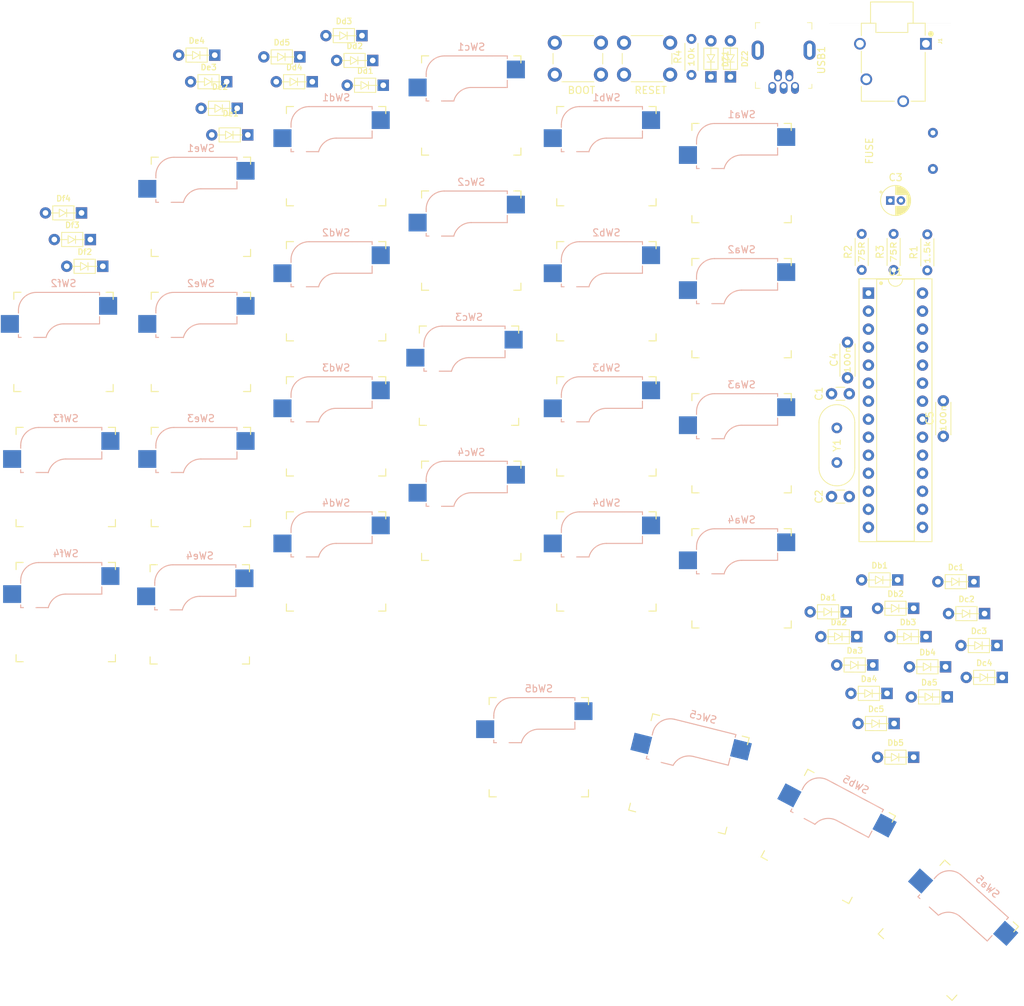
<source format=kicad_pcb>
(kicad_pcb (version 20211014) (generator pcbnew)
  (title_block (title "BlueJay Left"))
  (layers (0 "F.Cu" signal) (31 "B.Cu" signal) (34 "B.Paste" user) (35 "F.Paste" user) (36 "B.SilkS" user "B.Silkscreen") (37 "F.SilkS" user "F.Silkscreen") (38 "B.Mask" user) (39 "F.Mask" user) (44 "Edge.Cuts" user))
  (net 0 "")
  (net 1 "GND")
  (net 2 "Net-(C1-Pad1)")
  (net 3 "Net-(C2-Pad1)")
  (net 4 "VCC")
  (net 5 "/colA")
  (net 6 "Net-(Da1-Pad2)")
  (net 7 "Net-(Da2-Pad2)")
  (net 8 "Net-(Da3-Pad2)")
  (net 9 "Net-(Da4-Pad2)")
  (net 10 "Net-(Da5-Pad2)")
  (net 11 "/colB")
  (net 12 "Net-(Db1-Pad2)")
  (net 13 "Net-(Db2-Pad2)")
  (net 14 "Net-(Db3-Pad2)")
  (net 15 "Net-(Db4-Pad2)")
  (net 16 "Net-(Db5-Pad2)")
  (net 17 "/colC")
  (net 18 "Net-(Dc1-Pad2)")
  (net 19 "Net-(Dc2-Pad2)")
  (net 20 "Net-(Dc3-Pad2)")
  (net 21 "Net-(Dc4-Pad2)")
  (net 22 "Net-(Dc5-Pad2)")
  (net 23 "/colD")
  (net 24 "Net-(Dd1-Pad2)")
  (net 25 "Net-(Dd2-Pad2)")
  (net 26 "Net-(Dd3-Pad2)")
  (net 27 "Net-(Dd4-Pad2)")
  (net 28 "Net-(Dd5-Pad2)")
  (net 29 "/colE")
  (net 30 "Net-(De1-Pad2)")
  (net 31 "Net-(De2-Pad2)")
  (net 32 "Net-(De3-Pad2)")
  (net 33 "Net-(De4-Pad2)")
  (net 34 "/colF")
  (net 35 "Net-(Df2-Pad2)")
  (net 36 "Net-(Df3-Pad2)")
  (net 37 "Net-(Df4-Pad2)")
  (net 38 "Net-(DZ1-Pad1)")
  (net 39 "Net-(DZ2-Pad1)")
  (net 40 "Net-(F1-Pad2)")
  (net 41 "/i2c_SCL")
  (net 42 "/i2c_SDA")
  (net 43 "Net-(PB1-Pad1)")
  (net 44 "/USB_D-")
  (net 45 "/USB_D+")
  (net 46 "/row1")
  (net 47 "/row2")
  (net 48 "/row3")
  (net 49 "/row4")
  (net 50 "/row5")
  (footprint "BlueJay footprints:C_Disc_D3.0mm_W1.6mm_P2.50mm" (layer "F.Cu") (at 181.75 93.25)
    (fp_text reference "C2" (at -1.778 0 270) (layer "F.SilkS"))
    (fp_text value "22p")
    (pad "1" thru_hole circle locked (at 0 0) (size 1.6 1.6) (drill 0.8) (layers *.Cu *.Mask) (net 3 "Net-(C2-Pad1)"))
    (pad "2" thru_hole circle locked (at 2.5 0) (size 1.6 1.6) (drill 0.8) (layers *.Cu *.Mask) (net 1 "GND"))
  )
  (footprint "BlueJay footprints:D_DO-35_SOD27_P5.08mm_Horizontal" (layer "F.Cu") (at 191.8375 125.25 180)
    (fp_text reference "Dc5" (at 3.81 2.032) (layer "F.SilkS") (effects (font (size 0.8 0.8))))
    (fp_text value "1N4148")
    (pad "1" thru_hole rect (at 1.27 0 180) (size 1.6 1.6) (drill 0.8) (layers *.Cu *.Mask) (net 17 "/colC"))
    (pad "2" thru_hole oval (at 6.35 0 180) (size 1.6 1.6) (drill 0.8) (layers *.Cu *.Mask) (net 22 "Net-(Dc5-Pad2)"))
  )
  (footprint "BlueJay footprints:Crystal_HC49-4H_Vertical" (layer "F.Cu") (at 182.5 88.45 90)
    (fp_text reference "Y1" (at 2.44 0.018936 90) (layer "F.SilkS"))
    (fp_text value "16MHz")
    (pad "1" thru_hole circle locked (at 0 0 90) (size 1.5 1.5) (drill 0.8) (layers *.Cu *.Mask) (net 3 "Net-(C2-Pad1)"))
    (pad "2" thru_hole circle locked (at 4.88 0 90) (size 1.5 1.5) (drill 0.8) (layers *.Cu *.Mask) (net 2 "Net-(C1-Pad1)"))
  )
  (footprint "BlueJay footprints:Kailh_socket_MX" (layer "F.Cu") (at 169.06875 85.725)
    (fp_text reference "SWa3" (at 0 -8.255) (layer "B.SilkS") (effects (justify mirror)))
    (fp_text value "KEYSW")
    (pad "" np_thru_hole circle locked (at -5.08 0) (size 1.7018 1.7018) (drill 1.7018) (layers *.Cu *.Mask))
    (pad "" np_thru_hole circle locked (at 0 0) (size 3.9878 3.9878) (drill 3.9878) (layers *.Cu *.Mask))
    (pad "" np_thru_hole circle locked (at 5.08 0) (size 1.7018 1.7018) (drill 1.7018) (layers *.Cu *.Mask))
    (pad "" np_thru_hole circle locked (at 2.54 -5.08) (size 3 3) (drill 3) (layers *.Cu *.Mask))
    (pad "" np_thru_hole circle locked (at -3.81 -2.54) (size 3 3) (drill 3) (layers *.Cu *.Mask))
    (pad "1" smd rect locked (at 6.29 -5.08) (size 2.55 2.5) (layers "B.Cu" "B.Paste" "B.Mask") (net 8 "Net-(Da3-Pad2)"))
    (pad "2" smd rect locked (at -7.56 -2.54) (size 2.55 2.5) (layers "B.Cu" "B.Paste" "B.Mask") (net 48 "/row3"))
  )
  (footprint "BlueJay footprints:Kailh_socket_MX" (layer "F.Cu") (at 198.22 154.4 -42)
    (fp_text reference "SWa5" (at 0 -8.255 138) (layer "B.SilkS") (effects (justify mirror)))
    (fp_text value "KEYSW")
    (pad "" np_thru_hole circle locked (at -3.81 -2.54 318) (size 3 3) (drill 3) (layers *.Cu *.Mask))
    (pad "" np_thru_hole circle locked (at 2.54 -5.08 318) (size 3 3) (drill 3) (layers *.Cu *.Mask))
    (pad "" np_thru_hole circle locked (at 0 0 318) (size 3.9878 3.9878) (drill 3.9878) (layers *.Cu *.Mask))
    (pad "" np_thru_hole circle locked (at -5.08 0 318) (size 1.7018 1.7018) (drill 1.7018) (layers *.Cu *.Mask))
    (pad "" np_thru_hole circle locked (at 5.08 0 318) (size 1.7018 1.7018) (drill 1.7018) (layers *.Cu *.Mask))
    (pad "1" smd rect locked (at 6.29 -5.08 318) (size 2.55 2.5) (layers "B.Cu" "B.Paste" "B.Mask") (net 10 "Net-(Da5-Pad2)"))
    (pad "2" smd rect locked (at -7.56 -2.54 318) (size 2.55 2.5) (layers "B.Cu" "B.Paste" "B.Mask") (net 50 "/row5"))
  )
  (footprint "BlueJay footprints:D_DO-35_SOD27_P5.08mm_Horizontal" (layer "F.Cu") (at 185.0875 109.5 180)
    (fp_text reference "Da1" (at 3.81 2.032) (layer "F.SilkS") (effects (font (size 0.8 0.8))))
    (fp_text value "1N4148")
    (pad "1" thru_hole rect (at 1.27 0 180) (size 1.6 1.6) (drill 0.8) (layers *.Cu *.Mask) (net 5 "/colA"))
    (pad "2" thru_hole oval (at 6.35 0 180) (size 1.6 1.6) (drill 0.8) (layers *.Cu *.Mask) (net 6 "Net-(Da1-Pad2)"))
  )
  (footprint "BlueJay footprints:Kailh_socket_MX" (layer "F.Cu") (at 73.50125 71.4375)
    (fp_text reference "SWf2" (at 0 -8.255) (layer "B.SilkS") (effects (justify mirror)))
    (fp_text value "KEYSW")
    (pad "" np_thru_hole circle locked (at 2.54 -5.08) (size 3 3) (drill 3) (layers *.Cu *.Mask))
    (pad "" np_thru_hole circle locked (at 5.08 0) (size 1.7018 1.7018) (drill 1.7018) (layers *.Cu *.Mask))
    (pad "" np_thru_hole circle locked (at -3.81 -2.54) (size 3 3) (drill 3) (layers *.Cu *.Mask))
    (pad "" np_thru_hole circle locked (at 0 0) (size 3.9878 3.9878) (drill 3.9878) (layers *.Cu *.Mask))
    (pad "" np_thru_hole circle locked (at -5.08 0) (size 1.7018 1.7018) (drill 1.7018) (layers *.Cu *.Mask))
    (pad "1" smd rect locked (at 6.29 -5.08) (size 2.55 2.5) (layers "B.Cu" "B.Paste" "B.Mask") (net 35 "Net-(Df2-Pad2)"))
    (pad "2" smd rect locked (at -7.56 -2.54) (size 2.55 2.5) (layers "B.Cu" "B.Paste" "B.Mask") (net 47 "/row2"))
  )
  (footprint "BlueJay footprints:Kailh_socket_MX" (layer "F.Cu") (at 130.96875 57.15)
    (fp_text reference "SWc2" (at 0 -8.255) (layer "B.SilkS") (effects (justify mirror)))
    (fp_text value "KEYSW")
    (pad "" np_thru_hole circle locked (at -5.08 0) (size 1.7018 1.7018) (drill 1.7018) (layers *.Cu *.Mask))
    (pad "" np_thru_hole circle locked (at 5.08 0) (size 1.7018 1.7018) (drill 1.7018) (layers *.Cu *.Mask))
    (pad "" np_thru_hole circle locked (at -3.81 -2.54) (size 3 3) (drill 3) (layers *.Cu *.Mask))
    (pad "" np_thru_hole circle locked (at 2.54 -5.08) (size 3 3) (drill 3) (layers *.Cu *.Mask))
    (pad "" np_thru_hole circle locked (at 0 0) (size 3.9878 3.9878) (drill 3.9878) (layers *.Cu *.Mask))
    (pad "1" smd rect locked (at 6.29 -5.08) (size 2.55 2.5) (layers "B.Cu" "B.Paste" "B.Mask") (net 19 "Net-(Dc2-Pad2)"))
    (pad "2" smd rect locked (at -7.56 -2.54) (size 2.55 2.5) (layers "B.Cu" "B.Paste" "B.Mask") (net 47 "/row2"))
  )
  (footprint "BlueJay footprints:Kailh_socket_MX" (layer "F.Cu") (at 111.91875 45.24375)
    (fp_text reference "SWd1" (at 0 -8.255) (layer "B.SilkS") (effects (justify mirror)))
    (fp_text value "KEYSW")
    (pad "" np_thru_hole circle locked (at 2.54 -5.08) (size 3 3) (drill 3) (layers *.Cu *.Mask))
    (pad "" np_thru_hole circle locked (at 5.08 0) (size 1.7018 1.7018) (drill 1.7018) (layers *.Cu *.Mask))
    (pad "" np_thru_hole circle locked (at -3.81 -2.54) (size 3 3) (drill 3) (layers *.Cu *.Mask))
    (pad "" np_thru_hole circle locked (at 0 0) (size 3.9878 3.9878) (drill 3.9878) (layers *.Cu *.Mask))
    (pad "" np_thru_hole circle locked (at -5.08 0) (size 1.7018 1.7018) (drill 1.7018) (layers *.Cu *.Mask))
    (pad "1" smd rect locked (at 6.29 -5.08) (size 2.55 2.5) (layers "B.Cu" "B.Paste" "B.Mask") (net 24 "Net-(Dd1-Pad2)"))
    (pad "2" smd rect locked (at -7.56 -2.54) (size 2.55 2.5) (layers "B.Cu" "B.Paste" "B.Mask") (net 46 "/row1"))
  )
  (footprint "BlueJay footprints:Kailh_socket_MX" (layer "F.Cu") (at 130.65125 76.2)
    (fp_text reference "SWc3" (at 0 -8.255) (layer "B.SilkS") (effects (justify mirror)))
    (fp_text value "KEYSW")
    (pad "" np_thru_hole circle locked (at 5.08 0) (size 1.7018 1.7018) (drill 1.7018) (layers *.Cu *.Mask))
    (pad "" np_thru_hole circle locked (at -3.81 -2.54) (size 3 3) (drill 3) (layers *.Cu *.Mask))
    (pad "" np_thru_hole circle locked (at -5.08 0) (size 1.7018 1.7018) (drill 1.7018) (layers *.Cu *.Mask))
    (pad "" np_thru_hole circle locked (at 0 0) (size 3.9878 3.9878) (drill 3.9878) (layers *.Cu *.Mask))
    (pad "" np_thru_hole circle locked (at 2.54 -5.08) (size 3 3) (drill 3) (layers *.Cu *.Mask))
    (pad "1" smd rect locked (at 6.29 -5.08) (size 2.55 2.5) (layers "B.Cu" "B.Paste" "B.Mask") (net 20 "Net-(Dc3-Pad2)"))
    (pad "2" smd rect locked (at -7.56 -2.54) (size 2.55 2.5) (layers "B.Cu" "B.Paste" "B.Mask") (net 48 "/row3"))
  )
  (footprint "BlueJay footprints:D_DO-35_SOD27_P5.08mm_Horizontal" (layer "F.Cu") (at 167.5 35.3375 90)
    (fp_text reference "DZ2" (at 3.81 2.032 -90) (layer "F.SilkS") (effects (font (size 0.8 0.8))))
    (fp_text value "3.6V")
    (pad "1" thru_hole rect (at 1.27 0 90) (size 1.6 1.6) (drill 0.8) (layers *.Cu *.Mask) (net 39 "Net-(DZ2-Pad1)"))
    (pad "2" thru_hole oval (at 6.35 0 90) (size 1.6 1.6) (drill 0.8) (layers *.Cu *.Mask) (net 1 "GND"))
  )
  (footprint "BlueJay footprints:D_DO-35_SOD27_P5.08mm_Horizontal" (layer "F.Cu") (at 99.25 38.5 180)
    (fp_text reference "De2" (at 3.6925 3.032) (layer "F.SilkS") (effects (font (size 0.8 0.8))))
    (fp_text value "1N4148")
    (pad "1" thru_hole rect (at 1.27 0 180) (size 1.6 1.6) (drill 0.8) (layers *.Cu *.Mask) (net 29 "/colE"))
    (pad "2" thru_hole oval (at 6.35 0 180) (size 1.6 1.6) (drill 0.8) (layers *.Cu *.Mask) (net 31 "Net-(De2-Pad2)"))
  )
  (footprint "BlueJay footprints:Kailh_socket_MX" (layer "F.Cu") (at 92.86875 90.4875)
    (fp_text reference "SWe3" (at 0 -8.255) (layer "B.SilkS") (effects (justify mirror)))
    (fp_text value "KEYSW")
    (pad "" np_thru_hole circle locked (at -3.81 -2.54) (size 3 3) (drill 3) (layers *.Cu *.Mask))
    (pad "" np_thru_hole circle locked (at 0 0) (size 3.9878 3.9878) (drill 3.9878) (layers *.Cu *.Mask))
    (pad "" np_thru_hole circle locked (at 5.08 0) (size 1.7018 1.7018) (drill 1.7018) (layers *.Cu *.Mask))
    (pad "" np_thru_hole circle locked (at 2.54 -5.08) (size 3 3) (drill 3) (layers *.Cu *.Mask))
    (pad "" np_thru_hole circle locked (at -5.08 0) (size 1.7018 1.7018) (drill 1.7018) (layers *.Cu *.Mask))
    (pad "1" smd rect locked (at 6.29 -5.08) (size 2.55 2.5) (layers "B.Cu" "B.Paste" "B.Mask") (net 32 "Net-(De3-Pad2)"))
    (pad "2" smd rect locked (at -7.56 -2.54) (size 2.55 2.5) (layers "B.Cu" "B.Paste" "B.Mask") (net 48 "/row3"))
  )
  (footprint "Package_DIP_AKL:DIP-28_W7.62mm_Socket" (layer "F.Cu") (at 186.95 64.55625)
    (fp_text reference "U1" (at 3.81 -2.965) (layer "F.SilkS"))
    (fp_text value "ATmega328P-PU")
    (pad "1" thru_hole rect (at 0 0) (size 1.6 1.6) (drill 0.8) (layers *.Cu *.Mask) (net 43 "Net-(PB1-Pad1)"))
    (pad "2" thru_hole oval (at 0 2.54) (size 1.6 1.6) (drill 0.8) (layers *.Cu *.Mask) (net 23 "/colD"))
    (pad "3" thru_hole oval (at 0 5.08) (size 1.6 1.6) (drill 0.8) (layers *.Cu *.Mask) (net 46 "/row1"))
    (pad "4" thru_hole oval (at 0 7.62) (size 1.6 1.6) (drill 0.8) (layers *.Cu *.Mask) (net 45 "/USB_D+"))
    (pad "5" thru_hole oval (at 0 10.16) (size 1.6 1.6) (drill 0.8) (layers *.Cu *.Mask) (net 44 "/USB_D-"))
    (pad "6" thru_hole oval (at 0 12.7) (size 1.6 1.6) (drill 0.8) (layers *.Cu *.Mask) (net 47 "/row2"))
    (pad "7" thru_hole oval (at 0 15.24) (size 1.6 1.6) (drill 0.8) (layers *.Cu *.Mask) (net 4 "VCC"))
    (pad "8" thru_hole oval (at 0 17.78) (size 1.6 1.6) (drill 0.8) (layers *.Cu *.Mask) (net 1 "GND"))
    (pad "9" thru_hole oval (at 0 20.32) (size 1.6 1.6) (drill 0.8) (layers *.Cu *.Mask) (net 2 "Net-(C1-Pad1)"))
    (pad "10" thru_hole oval (at 0 22.86) (size 1.6 1.6) (drill 0.8) (layers *.Cu *.Mask) (net 3 "Net-(C2-Pad1)"))
    (pad "11" thru_hole oval (at 0 25.4) (size 1.6 1.6) (drill 0.8) (layers *.Cu *.Mask) (net 48 "/row3"))
    (pad "12" thru_hole oval (at 0 27.94) (size 1.6 1.6) (drill 0.8) (layers *.Cu *.Mask) (net 49 "/row4"))
    (pad "13" thru_hole oval (at 0 30.48) (size 1.6 1.6) (drill 0.8) (layers *.Cu *.Mask) (net 50 "/row5"))
    (pad "14" thru_hole oval (at 0 33.02) (size 1.6 1.6) (drill 0.8) (layers *.Cu *.Mask) (net 17 "/colC"))
    (pad "15" thru_hole oval (at 7.62 33.02) (size 1.6 1.6) (drill 0.8) (layers *.Cu *.Mask) (net 5 "/colA"))
    (pad "16" thru_hole oval (at 7.62 30.48) (size 1.6 1.6) (drill 0.8) (layers *.Cu *.Mask) (net 11 "/colB"))
    (pad "17" thru_hole oval (at 7.62 27.94) (size 1.6 1.6) (drill 0.8) (layers *.Cu *.Mask))
    (pad "18" thru_hole oval (at 7.62 25.4) (size 1.6 1.6) (drill 0.8) (layers *.Cu *.Mask))
    (pad "19" thru_hole oval (at 7.62 22.86) (size 1.6 1.6) (drill 0.8) (layers *.Cu *.Mask))
    (pad "20" thru_hole oval (at 7.62 20.32) (size 1.6 1.6) (drill 0.8) (layers *.Cu *.Mask) (net 4 "VCC"))
    (pad "21" thru_hole oval (at 7.62 17.78) (size 1.6 1.6) (drill 0.8) (layers *.Cu *.Mask))
    (pad "22" thru_hole oval (at 7.62 15.24) (size 1.6 1.6) (drill 0.8) (layers *.Cu *.Mask) (net 1 "GND"))
    (pad "23" thru_hole oval (at 7.62 12.7) (size 1.6 1.6) (drill 0.8) (layers *.Cu *.Mask))
    (pad "24" thru_hole oval (at 7.62 10.16) (size 1.6 1.6) (drill 0.8) (layers *.Cu *.Mask))
    (pad "25" thru_hole oval (at 7.62 7.62) (size 1.6 1.6) (drill 0.8) (layers *.Cu *.Mask) (net 29 "/colE"))
    (pad "26" thru_hole oval (at 7.62 5.08) (size 1.6 1.6) (drill 0.8) (layers *.Cu *.Mask) (net 34 "/colF"))
    (pad "27" thru_hole oval (at 7.62 2.54) (size 1.6 1.6) (drill 0.8) (layers *.Cu *.Mask) (net 42 "/i2c_SDA"))
    (pad "28" thru_hole oval (at 7.62 0) (size 1.6 1.6) (drill 0.8) (layers *.Cu *.Mask) (net 41 "/i2c_SCL"))
  )
  (footprint "BlueJay footprints:D_DO-35_SOD27_P5.08mm_Horizontal" (layer "F.Cu") (at 190.8375 121 180)
    (fp_text reference "Da4" (at 3.81 2.032) (layer "F.SilkS") (effects (font (size 0.8 0.8))))
    (fp_text value "1N4148")
    (pad "1" thru_hole rect (at 1.27 0 180) (size 1.6 1.6) (drill 0.8) (layers *.Cu *.Mask) (net 5 "/colA"))
    (pad "2" thru_hole oval (at 6.35 0 180) (size 1.6 1.6) (drill 0.8) (layers *.Cu *.Mask) (net 9 "Net-(Da4-Pad2)"))
  )
  (footprint "BlueJay footprints:D_DO-35_SOD27_P5.08mm_Horizontal" (layer "F.Cu") (at 100.75 42.25 180)
    (fp_text reference "De1" (at 3.6925 3.032) (layer "F.SilkS") (effects (font (size 0.8 0.8))))
    (fp_text value "1N4148")
    (pad "1" thru_hole rect (at 1.27 0 180) (size 1.6 1.6) (drill 0.8) (layers *.Cu *.Mask) (net 29 "/colE"))
    (pad "2" thru_hole oval (at 6.35 0 180) (size 1.6 1.6) (drill 0.8) (layers *.Cu *.Mask) (net 30 "Net-(De1-Pad2)"))
  )
  (footprint "BlueJay footprints:Kailh_socket_MX" (layer "F.Cu") (at 130.96875 95.25)
    (fp_text reference "SWc4" (at 0 -8.255) (layer "B.SilkS") (effects (justify mirror)))
    (fp_text value "KEYSW")
    (pad "" np_thru_hole circle locked (at -3.81 -2.54) (size 3 3) (drill 3) (layers *.Cu *.Mask))
    (pad "" np_thru_hole circle locked (at 5.08 0) (size 1.7018 1.7018) (drill 1.7018) (layers *.Cu *.Mask))
    (pad "" np_thru_hole circle locked (at 2.54 -5.08) (size 3 3) (drill 3) (layers *.Cu *.Mask))
    (pad "" np_thru_hole circle locked (at 0 0) (size 3.9878 3.9878) (drill 3.9878) (layers *.Cu *.Mask))
    (pad "" np_thru_hole circle locked (at -5.08 0) (size 1.7018 1.7018) (drill 1.7018) (layers *.Cu *.Mask))
    (pad "1" smd rect locked (at 6.29 -5.08) (size 2.55 2.5) (layers "B.Cu" "B.Paste" "B.Mask") (net 21 "Net-(Dc4-Pad2)"))
    (pad "2" smd rect locked (at -7.56 -2.54) (size 2.55 2.5) (layers "B.Cu" "B.Paste" "B.Mask") (net 49 "/row4"))
  )
  (footprint "BlueJay footprints:Kailh_socket_MX" (layer "F.Cu") (at 92.86875 71.4375)
    (fp_text reference "SWe2" (at 0 -8.255) (layer "B.SilkS") (effects (justify mirror)))
    (fp_text value "KEYSW")
    (pad "" np_thru_hole circle locked (at -5.08 0) (size 1.7018 1.7018) (drill 1.7018) (layers *.Cu *.Mask))
    (pad "" np_thru_hole circle locked (at -3.81 -2.54) (size 3 3) (drill 3) (layers *.Cu *.Mask))
    (pad "" np_thru_hole circle locked (at 0 0) (size 3.9878 3.9878) (drill 3.9878) (layers *.Cu *.Mask))
    (pad "" np_thru_hole circle locked (at 2.54 -5.08) (size 3 3) (drill 3) (layers *.Cu *.Mask))
    (pad "" np_thru_hole circle locked (at 5.08 0) (size 1.7018 1.7018) (drill 1.7018) (layers *.Cu *.Mask))
    (pad "1" smd rect locked (at 6.29 -5.08) (size 2.55 2.5) (layers "B.Cu" "B.Paste" "B.Mask") (net 31 "Net-(De2-Pad2)"))
    (pad "2" smd rect locked (at -7.56 -2.54) (size 2.55 2.5) (layers "B.Cu" "B.Paste" "B.Mask") (net 47 "/row2"))
  )
  (footprint "BlueJay footprints:D_DO-35_SOD27_P5.08mm_Horizontal" (layer "F.Cu") (at 188.8375 117 180)
    (fp_text reference "Da3" (at 3.81 2.032) (layer "F.SilkS") (effects (font (size 0.8 0.8))))
    (fp_text value "1N4148")
    (pad "1" thru_hole rect (at 1.27 0 180) (size 1.6 1.6) (drill 0.8) (layers *.Cu *.Mask) (net 5 "/colA"))
    (pad "2" thru_hole oval (at 6.35 0 180) (size 1.6 1.6) (drill 0.8) (layers *.Cu *.Mask) (net 8 "Net-(Da3-Pad2)"))
  )
  (footprint "BlueJay footprints:Kailh_socket_MX" (layer "F.Cu") (at 140.49375 128.5875)
    (fp_text reference "SWd5" (at 0 -8.255) (layer "B.SilkS") (effects (justify mirror)))
    (fp_text value "KEYSW")
    (pad "" np_thru_hole circle locked (at 2.54 -5.08) (size 3 3) (drill 3) (layers *.Cu *.Mask))
    (pad "" np_thru_hole circle locked (at -5.08 0) (size 1.7018 1.7018) (drill 1.7018) (layers *.Cu *.Mask))
    (pad "" np_thru_hole circle locked (at -3.81 -2.54) (size 3 3) (drill 3) (layers *.Cu *.Mask))
    (pad "" np_thru_hole circle locked (at 0 0) (size 3.9878 3.9878) (drill 3.9878) (layers *.Cu *.Mask))
    (pad "" np_thru_hole circle locked (at 5.08 0) (size 1.7018 1.7018) (drill 1.7018) (layers *.Cu *.Mask))
    (pad "1" smd rect locked (at 6.29 -5.08) (size 2.55 2.5) (layers "B.Cu" "B.Paste" "B.Mask") (net 28 "Net-(Dd5-Pad2)"))
    (pad "2" smd rect locked (at -7.56 -2.54) (size 2.55 2.5) (layers "B.Cu" "B.Paste" "B.Mask") (net 50 "/row5"))
  )
  (footprint "BlueJay footprints:D_DO-35_SOD27_P5.08mm_Horizontal" (layer "F.Cu") (at 97.77 34.75 180)
    (fp_text reference "De3" (at 3.81 2.032) (layer "F.SilkS") (effects (font (size 0.8 0.8))))
    (fp_text value "1N4148")
    (pad "1" thru_hole rect (at 1.27 0 180) (size 1.6 1.6) (drill 0.8) (layers *.Cu *.Mask) (net 29 "/colE"))
    (pad "2" thru_hole oval (at 6.35 0 180) (size 1.6 1.6) (drill 0.8) (layers *.Cu *.Mask) (net 32 "Net-(De3-Pad2)"))
  )
  (footprint "BlueJay footprints:Kailh_socket_MX" (layer "F.Cu") (at 169.06875 104.775)
    (fp_text reference "SWa4" (at 0 -8.255) (layer "B.SilkS") (effects (justify mirror)))
    (fp_text value "KEYSW")
    (pad "" np_thru_hole circle locked (at 0 0) (size 3.9878 3.9878) (drill 3.9878) (layers *.Cu *.Mask))
    (pad "" np_thru_hole circle locked (at -3.81 -2.54) (size 3 3) (drill 3) (layers *.Cu *.Mask))
    (pad "" np_thru_hole circle locked (at 2.54 -5.08) (size 3 3) (drill 3) (layers *.Cu *.Mask))
    (pad "" np_thru_hole circle locked (at -5.08 0) (size 1.7018 1.7018) (drill 1.7018) (layers *.Cu *.Mask))
    (pad "" np_thru_hole circle locked (at 5.08 0) (size 1.7018 1.7018) (drill 1.7018) (layers *.Cu *.Mask))
    (pad "1" smd rect locked (at 6.29 -5.08) (size 2.55 2.5) (layers "B.Cu" "B.Paste" "B.Mask") (net 9 "Net-(Da4-Pad2)"))
    (pad "2" smd rect locked (at -7.56 -2.54) (size 2.55 2.5) (layers "B.Cu" "B.Paste" "B.Mask") (net 49 "/row4"))
  )
  (footprint "BlueJay footprints:Kailh_socket_MX" (layer "F.Cu") (at 150.01875 45.24375)
    (fp_text reference "SWb1" (at 0 -8.255) (layer "B.SilkS") (effects (justify mirror)))
    (fp_text value "KEYSW")
    (pad "" np_thru_hole circle locked (at 0 0) (size 3.9878 3.9878) (drill 3.9878) (layers *.Cu *.Mask))
    (pad "" np_thru_hole circle locked (at 2.54 -5.08) (size 3 3) (drill 3) (layers *.Cu *.Mask))
    (pad "" np_thru_hole circle locked (at -5.08 0) (size 1.7018 1.7018) (drill 1.7018) (layers *.Cu *.Mask))
    (pad "" np_thru_hole circle locked (at 5.08 0) (size 1.7018 1.7018) (drill 1.7018) (layers *.Cu *.Mask))
    (pad "" np_thru_hole circle locked (at -3.81 -2.54) (size 3 3) (drill 3) (layers *.Cu *.Mask))
    (pad "1" smd rect locked (at 6.29 -5.08) (size 2.55 2.5) (layers "B.Cu" "B.Paste" "B.Mask") (net 12 "Net-(Db1-Pad2)"))
    (pad "2" smd rect locked (at -7.56 -2.54) (size 2.55 2.5) (layers "B.Cu" "B.Paste" "B.Mask") (net 46 "/row1"))
  )
  (footprint "BlueJay footprints:Kailh_socket_MX" (layer "F.Cu") (at 150.01875 64.29375)
    (fp_text reference "SWb2" (at 0 -8.255) (layer "B.SilkS") (effects (justify mirror)))
    (fp_text value "KEYSW")
    (pad "" np_thru_hole circle locked (at -5.08 0) (size 1.7018 1.7018) (drill 1.7018) (layers *.Cu *.Mask))
    (pad "" np_thru_hole circle locked (at 5.08 0) (size 1.7018 1.7018) (drill 1.7018) (layers *.Cu *.Mask))
    (pad "" np_thru_hole circle locked (at 2.54 -5.08) (size 3 3) (drill 3) (layers *.Cu *.Mask))
    (pad "" np_thru_hole circle locked (at -3.81 -2.54) (size 3 3) (drill 3) (layers *.Cu *.Mask))
    (pad "" np_thru_hole circle locked (at 0 0) (size 3.9878 3.9878) (drill 3.9878) (layers *.Cu *.Mask))
    (pad "1" smd rect locked (at 6.29 -5.08) (size 2.55 2.5) (layers "B.Cu" "B.Paste" "B.Mask") (net 13 "Net-(Db2-Pad2)"))
    (pad "2" smd rect locked (at -7.56 -2.54) (size 2.55 2.5) (layers "B.Cu" "B.Paste" "B.Mask") (net 47 "/row2"))
  )
  (footprint "BlueJay footprints:D_DO-35_SOD27_P5.08mm_Horizontal" (layer "F.Cu") (at 96.0875 31 180)
    (fp_text reference "De4" (at 3.81 2.032) (layer "F.SilkS") (effects (font (size 0.8 0.8))))
    (fp_text value "1N4148")
    (pad "1" thru_hole rect (at 1.27 0 180) (size 1.6 1.6) (drill 0.8) (layers *.Cu *.Mask) (net 29 "/colE"))
    (pad "2" thru_hole oval (at 6.35 0 180) (size 1.6 1.6) (drill 0.8) (layers *.Cu *.Mask) (net 33 "Net-(De4-Pad2)"))
  )
  (footprint "BlueJay footprints:C_Disc_D4.3mm_W1.9mm_P5.00mm" (layer "F.Cu") (at 184 76.5 90)
    (fp_text reference "C4" (at 2.54 -1.905 90) (layer "F.SilkS"))
    (fp_text value "100n" (at 2.54 0 90) (layer "F.SilkS") (effects (font (size 0.8 1))))
    (pad "1" thru_hole circle locked (at 0 0 90) (size 1.6 1.6) (drill 0.8) (layers *.Cu *.Mask) (net 4 "VCC"))
    (pad "2" thru_hole circle locked (at 5 0 90) (size 1.6 1.6) (drill 0.8) (layers *.Cu *.Mask) (net 1 "GND"))
  )
  (footprint "BlueJay footprints:Kailh_socket_MX" (layer "F.Cu") (at 169.06875 66.675)
    (fp_text reference "SWa2" (at 0 -8.255) (layer "B.SilkS") (effects (justify mirror)))
    (fp_text value "KEYSW")
    (pad "" np_thru_hole circle locked (at 2.54 -5.08) (size 3 3) (drill 3) (layers *.Cu *.Mask))
    (pad "" np_thru_hole circle locked (at -3.81 -2.54) (size 3 3) (drill 3) (layers *.Cu *.Mask))
    (pad "" np_thru_hole circle locked (at 0 0) (size 3.9878 3.9878) (drill 3.9878) (layers *.Cu *.Mask))
    (pad "" np_thru_hole circle locked (at 5.08 0) (size 1.7018 1.7018) (drill 1.7018) (layers *.Cu *.Mask))
    (pad "" np_thru_hole circle locked (at -5.08 0) (size 1.7018 1.7018) (drill 1.7018) (layers *.Cu *.Mask))
    (pad "1" smd rect locked (at 6.29 -5.08) (size 2.55 2.5) (layers "B.Cu" "B.Paste" "B.Mask") (net 7 "Net-(Da2-Pad2)"))
    (pad "2" smd rect locked (at -7.56 -2.54) (size 2.55 2.5) (layers "B.Cu" "B.Paste" "B.Mask") (net 47 "/row2"))
  )
  (footprint "BlueJay footprints:D_DO-35_SOD27_P5.08mm_Horizontal" (layer "F.Cu") (at 194.5875 109 180)
    (fp_text reference "Db2" (at 3.81 2.032) (layer "F.SilkS") (effects (font (size 0.8 0.8))))
    (fp_text value "1N4148")
    (pad "1" thru_hole rect (at 1.27 0 180) (size 1.6 1.6) (drill 0.8) (layers *.Cu *.Mask) (net 11 "/colB"))
    (pad "2" thru_hole oval (at 6.35 0 180) (size 1.6 1.6) (drill 0.8) (layers *.Cu *.Mask) (net 13 "Net-(Db2-Pad2)"))
  )
  (footprint "BlueJay footprints:Kailh_socket_MX" (layer "F.Cu") (at 73.81875 90.4875)
    (fp_text reference "SWf3" (at 0 -8.255) (layer "B.SilkS") (effects (justify mirror)))
    (fp_text value "KEYSW")
    (pad "" np_thru_hole circle locked (at 0 0) (size 3.9878 3.9878) (drill 3.9878) (layers *.Cu *.Mask))
    (pad "" np_thru_hole circle locked (at 5.08 0) (size 1.7018 1.7018) (drill 1.7018) (layers *.Cu *.Mask))
    (pad "" np_thru_hole circle locked (at -5.08 0) (size 1.7018 1.7018) (drill 1.7018) (layers *.Cu *.Mask))
    (pad "" np_thru_hole circle locked (at -3.81 -2.54) (size 3 3) (drill 3) (layers *.Cu *.Mask))
    (pad "" np_thru_hole circle locked (at 2.54 -5.08) (size 3 3) (drill 3) (layers *.Cu *.Mask))
    (pad "1" smd rect locked (at 6.29 -5.08) (size 2.55 2.5) (layers "B.Cu" "B.Paste" "B.Mask") (net 36 "Net-(Df3-Pad2)"))
    (pad "2" smd rect locked (at -7.56 -2.54) (size 2.55 2.5) (layers "B.Cu" "B.Paste" "B.Mask") (net 48 "/row3"))
  )
  (footprint "BlueJay footprints:Kailh_socket_MX" (layer "F.Cu") (at 111.91875 102.39375)
    (fp_text reference "SWd4" (at 0 -8.255) (layer "B.SilkS") (effects (justify mirror)))
    (fp_text value "KEYSW")
    (pad "" np_thru_hole circle locked (at 5.08 0) (size 1.7018 1.7018) (drill 1.7018) (layers *.Cu *.Mask))
    (pad "" np_thru_hole circle locked (at -3.81 -2.54) (size 3 3) (drill 3) (layers *.Cu *.Mask))
    (pad "" np_thru_hole circle locked (at 0 0) (size 3.9878 3.9878) (drill 3.9878) (layers *.Cu *.Mask))
    (pad "" np_thru_hole circle locked (at -5.08 0) (size 1.7018 1.7018) (drill 1.7018) (layers *.Cu *.Mask))
    (pad "" np_thru_hole circle locked (at 2.54 -5.08) (size 3 3) (drill 3) (layers *.Cu *.Mask))
    (pad "1" smd rect locked (at 6.29 -5.08) (size 2.55 2.5) (layers "B.Cu" "B.Paste" "B.Mask") (net 27 "Net-(Dd4-Pad2)"))
    (pad "2" smd rect locked (at -7.56 -2.54) (size 2.55 2.5) (layers "B.Cu" "B.Paste" "B.Mask") (net 49 "/row4"))
  )
  (footprint "BlueJay footprints:D_DO-35_SOD27_P5.08mm_Horizontal" (layer "F.Cu") (at 199.0875 117.25 180)
    (fp_text reference "Db4" (at 3.81 2.032) (layer "F.SilkS") (effects (font (size 0.8 0.8))))
    (fp_text value "1N4148")
    (pad "1" thru_hole rect (at 1.27 0 180) (size 1.6 1.6) (drill 0.8) (layers *.Cu *.Mask) (net 11 "/colB"))
    (pad "2" thru_hole oval (at 6.35 0 180) (size 1.6 1.6) (drill 0.8) (layers *.Cu *.Mask) (net 15 "Net-(Db4-Pad2)"))
  )
  (footprint "BlueJay footprints:R_Axial_DIN0204_L3.6mm_D1.6mm_P5.08mm_Horizontal" (layer "F.Cu") (at 195.25 61.35125 90)
    (fp_text reference "R1" (at 2.54 -1.92 90) (layer "F.SilkS"))
    (fp_text value "1.5k" (at 2.54 0 90) (layer "F.SilkS") (effects (font (size 0.8 1))))
    (pad "1" thru_hole circle (at 0 0 90) (size 1.4 1.4) (drill 0.7) (layers *.Cu *.Mask) (net 38 "Net-(DZ1-Pad1)"))
    (pad "2" thru_hole oval (at 5.08 0 90) (size 1.4 1.4) (drill 0.7) (layers *.Cu *.Mask) (net 4 "VCC"))
  )
  (footprint "BlueJay footprints:D_DO-35_SOD27_P5.08mm_Horizontal" (layer "F.Cu") (at 164.75 35.3375 90)
    (fp_text reference "DZ1" (at 3.81 2.032 -90) (layer "F.SilkS") (effects (font (size 0.8 0.8))))
    (fp_text value "3.6V")
    (pad "1" thru_hole rect (at 1.27 0 90) (size 1.6 1.6) (drill 0.8) (layers *.Cu *.Mask) (net 38 "Net-(DZ1-Pad1)"))
    (pad "2" thru_hole oval (at 6.35 0 90) (size 1.6 1.6) (drill 0.8) (layers *.Cu *.Mask) (net 1 "GND"))
  )
  (footprint "BlueJay footprints:Kailh_socket_MX" (layer "F.Cu") (at 150.01875 102.39375)
    (fp_text reference "SWb4" (at 0 -8.255) (layer "B.SilkS") (effects (justify mirror)))
    (fp_text value "KEYSW")
    (pad "" np_thru_hole circle locked (at -5.08 0) (size 1.7018 1.7018) (drill 1.7018) (layers *.Cu *.Mask))
    (pad "" np_thru_hole circle locked (at 0 0) (size 3.9878 3.9878) (drill 3.9878) (layers *.Cu *.Mask))
    (pad "" np_thru_hole circle locked (at -3.81 -2.54) (size 3 3) (drill 3) (layers *.Cu *.Mask))
    (pad "" np_thru_hole circle locked (at 2.54 -5.08) (size 3 3) (drill 3) (layers *.Cu *.Mask))
    (pad "" np_thru_hole circle locked (at 5.08 0) (size 1.7018 1.7018) (drill 1.7018) (layers *.Cu *.Mask))
    (pad "1" smd rect locked (at 6.29 -5.08) (size 2.55 2.5) (layers "B.Cu" "B.Paste" "B.Mask") (net 15 "Net-(Db4-Pad2)"))
    (pad "2" smd rect locked (at -7.56 -2.54) (size 2.55 2.5) (layers "B.Cu" "B.Paste" "B.Mask") (net 49 "/row4"))
  )
  (footprint "BlueJay footprints:Kailh_socket_MX" (layer "F.Cu") (at 92.71 109.855)
    (fp_text reference "SWe4" (at 0 -8.255) (layer "B.SilkS") (effects (justify mirror)))
    (fp_text value "KEYSW")
    (pad "" np_thru_hole circle locked (at 5.08 0) (size 1.7018 1.7018) (drill 1.7018) (layers *.Cu *.Mask))
    (pad "" np_thru_hole circle locked (at 0 0) (size 3.9878 3.9878) (drill 3.9878) (layers *.Cu *.Mask))
    (pad "" np_thru_hole circle locked (at -3.81 -2.54) (size 3 3) (drill 3) (layers *.Cu *.Mask))
    (pad "" np_thru_hole circle locked (at -5.08 0) (size 1.7018 1.7018) (drill 1.7018) (layers *.Cu *.Mask))
    (pad "" np_thru_hole circle locked (at 2.54 -5.08) (size 3 3) (drill 3) (layers *.Cu *.Mask))
    (pad "1" smd rect locked (at 6.29 -5.08) (size 2.55 2.5) (layers "B.Cu" "B.Paste" "B.Mask") (net 33 "Net-(De4-Pad2)"))
    (pad "2" smd rect locked (at -7.56 -2.54) (size 2.55 2.5) (layers "B.Cu" "B.Paste" "B.Mask") (net 49 "/row4"))
  )
  (footprint "BlueJay footprints:D_DO-35_SOD27_P5.08mm_Horizontal" (layer "F.Cu") (at 118.35 31.75 180)
    (fp_text reference "Dd2" (at 3.81 2.032) (layer "F.SilkS") (effects (font (size 0.8 0.8))))
    (fp_text value "1N4148")
    (pad "1" thru_hole rect (at 1.27 0 180) (size 1.6 1.6) (drill 0.8) (layers *.Cu *.Mask) (net 23 "/colD"))
    (pad "2" thru_hole oval (at 6.35 0 180) (size 1.6 1.6) (drill 0.8) (layers *.Cu *.Mask) (net 25 "Net-(Dd2-Pad2)"))
  )
  (footprint "BlueJay footprints:Kailh_socket_MX" (layer "F.Cu") (at 169.06875 47.625)
    (fp_text reference "SWa1" (at 0 -8.255) (layer "B.SilkS") (effects (justify mirror)))
    (fp_text value "KEYSW")
    (pad "" np_thru_hole circle locked (at 5.08 0) (size 1.7018 1.7018) (drill 1.7018) (layers *.Cu *.Mask))
    (pad "" np_thru_hole circle locked (at 0 0) (size 3.9878 3.9878) (drill 3.9878) (layers *.Cu *.Mask))
    (pad "" np_thru_hole circle locked (at -5.08 0) (size 1.7018 1.7018) (drill 1.7018) (layers *.Cu *.Mask))
    (pad "" np_thru_hole circle locked (at -3.81 -2.54) (size 3 3) (drill 3) (layers *.Cu *.Mask))
    (pad "" np_thru_hole circle locked (at 2.54 -5.08) (size 3 3) (drill 3) (layers *.Cu *.Mask))
    (pad "1" smd rect locked (at 6.29 -5.08) (size 2.55 2.5) (layers "B.Cu" "B.Paste" "B.Mask") (net 6 "Net-(Da1-Pad2)"))
    (pad "2" smd rect locked (at -7.56 -2.54) (size 2.55 2.5) (layers "B.Cu" "B.Paste" "B.Mask") (net 46 "/row1"))
  )
  (footprint "BlueJay footprints:D_DO-35_SOD27_P5.08mm_Horizontal" (layer "F.Cu") (at 119.8375 35.25 180)
    (fp_text reference "Dd1" (at 3.81 2.032) (layer "F.SilkS") (effects (font (size 0.8 0.8))))
    (fp_text value "1N4148")
    (pad "1" thru_hole rect (at 1.27 0 180) (size 1.6 1.6) (drill 0.8) (layers *.Cu *.Mask) (net 23 "/colD"))
    (pad "2" thru_hole oval (at 6.35 0 180) (size 1.6 1.6) (drill 0.8) (layers *.Cu *.Mask) (net 24 "Net-(Dd1-Pad2)"))
  )
  (footprint "BlueJay footprints:D_DO-35_SOD27_P5.08mm_Horizontal" (layer "F.Cu") (at 80.31 60.775 180)
    (fp_text reference "Df2" (at 3.81 2.032) (layer "F.SilkS") (effects (font (size 0.8 0.8))))
    (fp_text value "1N4148")
    (pad "1" thru_hole rect (at 1.27 0 180) (size 1.6 1.6) (drill 0.8) (layers *.Cu *.Mask) (net 34 "/colF"))
    (pad "2" thru_hole oval (at 6.35 0 180) (size 1.6 1.6) (drill 0.8) (layers *.Cu *.Mask) (net 35 "Net-(Df2-Pad2)"))
  )
  (footprint "BlueJay footprints:D_DO-35_SOD27_P5.08mm_Horizontal" (layer "F.Cu") (at 109.8375 34.75 180)
    (fp_text reference "Dd4" (at 3.81 2.032) (layer "F.SilkS") (effects (font (size 0.8 0.8))))
    (fp_text value "1N4148")
    (pad "1" thru_hole rect (at 1.27 0 180) (size 1.6 1.6) (drill 0.8) (layers *.Cu *.Mask) (net 23 "/colD"))
    (pad "2" thru_hole oval (at 6.35 0 180) (size 1.6 1.6) (drill 0.8) (layers *.Cu *.Mask) (net 27 "Net-(Dd4-Pad2)"))
  )
  (footprint "BlueJay footprints:D_DO-35_SOD27_P5.08mm_Horizontal" (layer "F.Cu") (at 192.3375 105 180)
    (fp_text reference "Db1" (at 3.81 2.032) (layer "F.SilkS") (effects (font (size 0.8 0.8))))
    (fp_text value "1N4148")
    (pad "1" thru_hole rect (at 1.27 0 180) (size 1.6 1.6) (drill 0.8) (layers *.Cu *.Mask) (net 11 "/colB"))
    (pad "2" thru_hole oval (at 6.35 0 180) (size 1.6 1.6) (drill 0.8) (layers *.Cu *.Mask) (net 12 "Net-(Db1-Pad2)"))
  )
  (footprint "BlueJay footprints:D_DO-35_SOD27_P5.08mm_Horizontal" (layer "F.Cu") (at 186.5875 113 180)
    (fp_text reference "Da2" (at 3.81 2.032) (layer "F.SilkS") (effects (font (size 0.8 0.8))))
    (fp_text value "1N4148")
    (pad "1" thru_hole rect (at 1.27 0 180) (size 1.6 1.6) (drill 0.8) (layers *.Cu *.Mask) (net 5 "/colA"))
    (pad "2" thru_hole oval (at 6.35 0 180) (size 1.6 1.6) (drill 0.8) (layers *.Cu *.Mask) (net 7 "Net-(Da2-Pad2)"))
  )
  (footprint "BlueJay footprints:D_DO-35_SOD27_P5.08mm_Horizontal" (layer "F.Cu") (at 207.0875 118.75 180)
    (fp_text reference "Dc4" (at 3.81 2.032) (layer "F.SilkS") (effects (font (size 0.8 0.8))))
    (fp_text value "1N4148")
    (pad "1" thru_hole rect (at 1.27 0 180) (size 1.6 1.6) (drill 0.8) (layers *.Cu *.Mask) (net 17 "/colC"))
    (pad "2" thru_hole oval (at 6.35 0 180) (size 1.6 1.6) (drill 0.8) (layers *.Cu *.Mask) (net 21 "Net-(Dc4-Pad2)"))
  )
  (footprint "BlueJay footprints:D_DO-35_SOD27_P5.08mm_Horizontal" (layer "F.Cu") (at 204.5875 109.75 180)
    (fp_text reference "Dc2" (at 3.81 2.032) (layer "F.SilkS") (effects (font (size 0.8 0.8))))
    (fp_text value "1N4148")
    (pad "1" thru_hole rect (at 1.27 0 180) (size 1.6 1.6) (drill 0.8) (layers *.Cu *.Mask) (net 17 "/colC"))
    (pad "2" thru_hole oval (at 6.35 0 180) (size 1.6 1.6) (drill 0.8) (layers *.Cu *.Mask) (net 19 "Net-(Dc2-Pad2)"))
  )
  (footprint "BlueJay footprints:D_DO-35_SOD27_P5.08mm_Horizontal" (layer "F.Cu") (at 78.56 57 180)
    (fp_text reference "Df3" (at 3.81 2.032) (layer "F.SilkS") (effects (font (size 0.8 0.8))))
    (fp_text value "1N4148")
    (pad "1" thru_hole rect (at 1.27 0 180) (size 1.6 1.6) (drill 0.8) (layers *.Cu *.Mask) (net 34 "/colF"))
    (pad "2" thru_hole oval (at 6.35 0 180) (size 1.6 1.6) (drill 0.8) (layers *.Cu *.Mask) (net 36 "Net-(Df3-Pad2)"))
  )
  (footprint "BlueJay footprints:R_Axial_DIN0204_L3.6mm_D1.6mm_P5.08mm_Horizontal" (layer "F.Cu") (at 190.5 61.29 90)
    (fp_text reference "R3" (at 2.54 -1.92 90) (layer "F.SilkS"))
    (fp_text value "75R" (at 2.54 0 90) (layer "F.SilkS") (effects (font (size 0.8 1))))
    (pad "1" thru_hole circle (at 0 0 90) (size 1.4 1.4) (drill 0.7) (layers *.Cu *.Mask) (net 45 "/USB_D+"))
    (pad "2" thru_hole oval (at 5.08 0 90) (size 1.4 1.4) (drill 0.7) (layers *.Cu *.Mask) (net 39 "Net-(DZ2-Pad1)"))
  )
  (footprint "BlueJay footprints:D_DO-35_SOD27_P5.08mm_Horizontal" (layer "F.Cu") (at 199.3375 121.5 180)
    (fp_text reference "Da5" (at 3.81 2.032) (layer "F.SilkS") (effects (font (size 0.8 0.8))))
    (fp_text value "1N4148")
    (pad "1" thru_hole rect (at 1.27 0 180) (size 1.6 1.6) (drill 0.8) (layers *.Cu *.Mask) (net 5 "/colA"))
    (pad "2" thru_hole oval (at 6.35 0 180) (size 1.6 1.6) (drill 0.8) (layers *.Cu *.Mask) (net 10 "Net-(Da5-Pad2)"))
  )
  (footprint "BlueJay footprints:Kailh_socket_MX" (layer "F.Cu") (at 150.01875 83.34375)
    (fp_text reference "SWb3" (at 0 -8.255) (layer "B.SilkS") (effects (justify mirror)))
    (fp_text value "KEYSW")
    (pad "" np_thru_hole circle locked (at 2.54 -5.08) (size 3 3) (drill 3) (layers *.Cu *.Mask))
    (pad "" np_thru_hole circle locked (at 0 0) (size 3.9878 3.9878) (drill 3.9878) (layers *.Cu *.Mask))
    (pad "" np_thru_hole circle locked (at -5.08 0) (size 1.7018 1.7018) (drill 1.7018) (layers *.Cu *.Mask))
    (pad "" np_thru_hole circle locked (at 5.08 0) (size 1.7018 1.7018) (drill 1.7018) (layers *.Cu *.Mask))
    (pad "" np_thru_hole circle locked (at -3.81 -2.54) (size 3 3) (drill 3) (layers *.Cu *.Mask))
    (pad "1" smd rect locked (at 6.29 -5.08) (size 2.55 2.5) (layers "B.Cu" "B.Paste" "B.Mask") (net 14 "Net-(Db3-Pad2)"))
    (pad "2" smd rect locked (at -7.56 -2.54) (size 2.55 2.5) (layers "B.Cu" "B.Paste" "B.Mask") (net 48 "/row3"))
  )
  (footprint "BlueJay footprints:D_DO-35_SOD27_P5.08mm_Horizontal" (layer "F.Cu") (at 196.3375 113 180)
    (fp_text reference "Db3" (at 3.81 2.032) (layer "F.SilkS") (effects (font (size 0.8 0.8))))
    (fp_text value "1N4148")
    (pad "1" thru_hole rect (at 1.27 0 180) (size 1.6 1.6) (drill 0.8) (layers *.Cu *.Mask) (net 11 "/colB"))
    (pad "2" thru_hole oval (at 6.35 0 180) (size 1.6 1.6) (drill 0.8) (layers *.Cu *.Mask) (net 14 "Net-(Db3-Pad2)"))
  )
  (footprint "BlueJay footprints:C_Disc_D4.3mm_W1.9mm_P5.00mm" (layer "F.Cu") (at 197.5 84.75 90)
    (fp_text reference "C5" (at 2.54 -1.905 90) (layer "F.SilkS"))
    (fp_text value "100n" (at 2.54 0 90) (layer "F.SilkS") (effects (font (size 0.8 1))))
    (pad "1" thru_hole circle locked (at 0 0 90) (size 1.6 1.6) (drill 0.8) (layers *.Cu *.Mask) (net 4 "VCC"))
    (pad "2" thru_hole circle locked (at 5 0 90) (size 1.6 1.6) (drill 0.8) (layers *.Cu *.Mask) (net 1 "GND"))
  )
  (footprint "BlueJay footprints:USB_Mini_B_Female_548190519" (layer "F.Cu") (at 175 35.35 -90)
    (fp_text reference "USB1" (at -3.65 -5.325 90) (layer "F.SilkS"))
    (fp_text value "USB_B_Mini")
    (pad "1" thru_hole oval (at 0 -1.6 270) (size 1.65 1.1) (drill 0.7 (offset 0.275 0)) (layers *.Cu *.Mask) (net 1 "GND"))
    (pad "2" thru_hole oval (at -1.2 -0.8 270) (size 1.65 1.1) (drill 0.7 (offset -0.275 0)) (layers *.Cu *.Mask))
    (pad "3" thru_hole oval (at 0 0 270) (size 1.65 1.1) (drill 0.7 (offset 0.275 0)) (layers *.Cu *.Mask) (net 39 "Net-(DZ2-Pad1)"))
    (pad "4" thru_hole oval (at -1.2 0.8 270) (size 1.65 1.1) (drill 0.7 (offset -0.275 0)) (layers *.Cu *.Mask) (net 38 "Net-(DZ1-Pad1)"))
    (pad "5" thru_hole oval (at 0 1.6 270) (size 1.65 1.1) (drill 0.7 (offset 0.275 0)) (layers *.Cu *.Mask) (net 40 "Net-(F1-Pad2)"))
    (pad "SH" thru_hole oval (at -5.05 3.65 270) (size 2.7 1.7) (drill oval 1.9 0.7) (layers *.Cu *.Mask) (net 1 "GND"))
    (pad "SH" thru_hole oval (at -5.05 -3.65 270) (size 2.7 1.7) (drill oval 1.9 0.7) (layers *.Cu *.Mask) (net 1 "GND"))
  )
  (footprint "BlueJay footprints:Kailh_socket_MX" (layer "F.Cu") (at 181.29 141.17 -28)
    (fp_text reference "SWb5" (at 0 -8.255 152) (layer "B.SilkS") (effects (justify mirror)))
    (fp_text value "KEYSW")
    (pad "" np_thru_hole circle locked (at -3.81 -2.54 332) (size 3 3) (drill 3) (layers *.Cu *.Mask))
    (pad "" np_thru_hole circle locked (at -5.08 0 332) (size 1.7018 1.7018) (drill 1.7018) (layers *.Cu *.Mask))
    (pad "" np_thru_hole circle locked (at 5.08 0 332) (size 1.7018 1.7018) (drill 1.7018) (layers *.Cu *.Mask))
    (pad "" np_thru_hole circle locked (at 0 0 332) (size 3.9878 3.9878) (drill 3.9878) (layers *.Cu *.Mask))
    (pad "" np_thru_hole circle locked (at 2.54 -5.08 332) (size 3 3) (drill 3) (layers *.Cu *.Mask))
    (pad "1" smd rect locked (at 6.29 -5.08 332) (size 2.55 2.5) (layers "B.Cu" "B.Paste" "B.Mask") (net 16 "Net-(Db5-Pad2)"))
    (pad "2" smd rect locked (at -7.56 -2.54 332) (size 2.55 2.5) (layers "B.Cu" "B.Paste" "B.Mask") (net 50 "/row5"))
  )
  (footprint "BlueJay footprints:D_DO-35_SOD27_P5.08mm_Horizontal" (layer "F.Cu") (at 108.0875 31.25 180)
    (fp_text reference "Dd5" (at 3.81 2.032) (layer "F.SilkS") (effects (font (size 0.8 0.8))))
    (fp_text value "1N4148")
    (pad "1" thru_hole rect (at 1.27 0 180) (size 1.6 1.6) (drill 0.8) (layers *.Cu *.Mask) (net 23 "/colD"))
    (pad "2" thru_hole oval (at 6.35 0 180) (size 1.6 1.6) (drill 0.8) (layers *.Cu *.Mask) (net 28 "Net-(Dd5-Pad2)"))
  )
  (footprint "BlueJay footprints:C_Disc_D3.0mm_W1.6mm_P2.50mm" (layer "F.Cu") (at 181.75 78.75)
    (fp_text reference "C1" (at -1.778 0 270) (layer "F.SilkS"))
    (fp_text value "22p")
    (pad "1" thru_hole circle locked (at 0 0) (size 1.6 1.6) (drill 0.8) (layers *.Cu *.Mask) (net 2 "Net-(C1-Pad1)"))
    (pad "2" thru_hole circle locked (at 2.5 0) (size 1.6 1.6) (drill 0.8) (layers *.Cu *.Mask) (net 1 "GND"))
  )
  (footprint "BlueJay footprints:SW_PUSH_6mm" (layer "F.Cu") (at 142.75 29.25)
    (fp_text reference "PB2")
    (fp_text value "BOOT" (at 3.75 6.7) (layer "F.SilkS"))
    (pad "1" thru_hole circle locked (at 6.5 0 90) (size 2 2) (drill 1.1) (layers *.Cu *.Mask) (net 23 "/colD"))
    (pad "1" thru_hole circle locked (at 0 0 90) (size 2 2) (drill 1.1) (layers *.Cu *.Mask) (net 23 "/colD"))
    (pad "2" thru_hole circle locked (at 0 4.5 90) (size 2 2) (drill 1.1) (layers *.Cu *.Mask) (net 1 "GND"))
    (pad "2" thru_hole circle locked (at 6.5 4.5 90) (size 2 2) (drill 1.1) (layers *.Cu *.Mask) (net 1 "GND"))
  )
  (footprint "BlueJay footprints:Kailh_socket_MX" (layer "F.Cu") (at 130.96875 38.1)
    (fp_text reference "SWc1" (at 0 -8.255) (layer "B.SilkS") (effects (justify mirror)))
    (fp_text value "KEYSW")
    (pad "" np_thru_hole circle locked (at 0 0) (size 3.9878 3.9878) (drill 3.9878) (layers *.Cu *.Mask))
    (pad "" np_thru_hole circle locked (at -5.08 0) (size 1.7018 1.7018) (drill 1.7018) (layers *.Cu *.Mask))
    (pad "" np_thru_hole circle locked (at 2.54 -5.08) (size 3 3) (drill 3) (layers *.Cu *.Mask))
    (pad "" np_thru_hole circle locked (at 5.08 0) (size 1.7018 1.7018) (drill 1.7018) (layers *.Cu *.Mask))
    (pad "" np_thru_hole circle locked (at -3.81 -2.54) (size 3 3) (drill 3) (layers *.Cu *.Mask))
    (pad "1" smd rect locked (at 6.29 -5.08) (size 2.55 2.5) (layers "B.Cu" "B.Paste" "B.Mask") (net 18 "Net-(Dc1-Pad2)"))
    (pad "2" smd rect locked (at -7.56 -2.54) (size 2.55 2.5) (layers "B.Cu" "B.Paste" "B.Mask") (net 46 "/row1"))
  )
  (footprint "BlueJay footprints:D_DO-35_SOD27_P5.08mm_Horizontal" (layer "F.Cu") (at 116.8375 28.25 180)
    (fp_text reference "Dd3" (at 3.81 2.032) (layer "F.SilkS") (effects (font (size 0.8 0.8))))
    (fp_text value "1N4148")
    (pad "1" thru_hole rect (at 1.27 0 180) (size 1.6 1.6) (drill 0.8) (layers *.Cu *.Mask) (net 23 "/colD"))
    (pad "2" thru_hole oval (at 6.35 0 180) (size 1.6 1.6) (drill 0.8) (layers *.Cu *.Mask) (net 26 "Net-(Dd3-Pad2)"))
  )
  (footprint "BlueJay footprints:SW_PUSH_6mm" (layer "F.Cu") (at 152.5 29.25)
    (fp_text reference "PB1")
    (fp_text value "RESET" (at 3.75 6.7) (layer "F.SilkS"))
    (pad "1" thru_hole circle locked (at 6.5 0 90) (size 2 2) (drill 1.1) (layers *.Cu *.Mask) (net 43 "Net-(PB1-Pad1)"))
    (pad "1" thru_hole circle locked (at 0 0 90) (size 2 2) (drill 1.1) (layers *.Cu *.Mask) (net 43 "Net-(PB1-Pad1)"))
    (pad "2" thru_hole circle locked (at 0 4.5 90) (size 2 2) (drill 1.1) (layers *.Cu *.Mask) (net 1 "GND"))
    (pad "2" thru_hole circle locked (at 6.5 4.5 90) (size 2 2) (drill 1.1) (layers *.Cu *.Mask) (net 1 "GND"))
  )
  (footprint "BlueJay footprints:Kailh_socket_MX" (layer "F.Cu") (at 92.86875 52.3875)
    (fp_text reference "SWe1" (at 0 -8.255) (layer "B.SilkS") (effects (justify mirror)))
    (fp_text value "KEYSW")
    (pad "" np_thru_hole circle locked (at -3.81 -2.54) (size 3 3) (drill 3) (layers *.Cu *.Mask))
    (pad "" np_thru_hole circle locked (at 5.08 0) (size 1.7018 1.7018) (drill 1.7018) (layers *.Cu *.Mask))
    (pad "" np_thru_hole circle locked (at -5.08 0) (size 1.7018 1.7018) (drill 1.7018) (layers *.Cu *.Mask))
    (pad "" np_thru_hole circle locked (at 0 0) (size 3.9878 3.9878) (drill 3.9878) (layers *.Cu *.Mask))
    (pad "" np_thru_hole circle locked (at 2.54 -5.08) (size 3 3) (drill 3) (layers *.Cu *.Mask))
    (pad "1" smd rect locked (at 6.29 -5.08) (size 2.55 2.5) (layers "B.Cu" "B.Paste" "B.Mask") (net 30 "Net-(De1-Pad2)"))
    (pad "2" smd rect locked (at -7.56 -2.54) (size 2.55 2.5) (layers "B.Cu" "B.Paste" "B.Mask") (net 46 "/row1"))
  )
  (footprint "BlueJay footprints:D_DO-35_SOD27_P5.08mm_Horizontal" (layer "F.Cu") (at 194.5875 130 180)
    (fp_text reference "Db5" (at 3.81 2.032) (layer "F.SilkS") (effects (font (size 0.8 0.8))))
    (fp_text value "1N4148")
    (pad "1" thru_hole rect (at 1.27 0 180) (size 1.6 1.6) (drill 0.8) (layers *.Cu *.Mask) (net 11 "/colB"))
    (pad "2" thru_hole oval (at 6.35 0 180) (size 1.6 1.6) (drill 0.8) (layers *.Cu *.Mask) (net 16 "Net-(Db5-Pad2)"))
  )
  (footprint "BlueJay footprints:D_DO-35_SOD27_P5.08mm_Horizontal" (layer "F.Cu") (at 77.31 53.25 180)
    (fp_text reference "Df4" (at 3.81 2.032) (layer "F.SilkS") (effects (font (size 0.8 0.8))))
    (fp_text value "1N4148")
    (pad "1" thru_hole rect (at 1.27 0 180) (size 1.6 1.6) (drill 0.8) (layers *.Cu *.Mask) (net 34 "/colF"))
    (pad "2" thru_hole oval (at 6.35 0 180) (size 1.6 1.6) (drill 0.8) (layers *.Cu *.Mask) (net 37 "Net-(Df4-Pad2)"))
  )
  (footprint "BlueJay footprints:D_DO-35_SOD27_P5.08mm_Horizontal" (layer "F.Cu") (at 203.0875 105.25 180)
    (fp_text reference "Dc1" (at 3.81 2.032) (layer "F.SilkS") (effects (font (size 0.8 0.8))))
    (fp_text value "1N4148")
    (pad "1" thru_hole rect (at 1.27 0 180) (size 1.6 1.6) (drill 0.8) (layers *.Cu *.Mask) (net 17 "/colC"))
    (pad "2" thru_hole oval (at 6.35 0 180) (size 1.6 1.6) (drill 0.8) (layers *.Cu *.Mask) (net 18 "Net-(Dc1-Pad2)"))
  )
  (footprint "BlueJay footprints:Kailh_socket_MX" (layer "F.Cu") (at 73.81875 109.5375)
    (fp_text reference "SWf4" (at 0 -8.255) (layer "B.SilkS") (effects (justify mirror)))
    (fp_text value "KEYSW")
    (pad "" np_thru_hole circle locked (at 0 0) (size 3.9878 3.9878) (drill 3.9878) (layers *.Cu *.Mask))
    (pad "" np_thru_hole circle locked (at 2.54 -5.08) (size 3 3) (drill 3) (layers *.Cu *.Mask))
    (pad "" np_thru_hole circle locked (at -3.81 -2.54) (size 3 3) (drill 3) (layers *.Cu *.Mask))
    (pad "" np_thru_hole circle locked (at -5.08 0) (size 1.7018 1.7018) (drill 1.7018) (layers *.Cu *.Mask))
    (pad "" np_thru_hole circle locked (at 5.08 0) (size 1.7018 1.7018) (drill 1.7018) (layers *.Cu *.Mask))
    (pad "1" smd rect locked (at 6.29 -5.08) (size 2.55 2.5) (layers "B.Cu" "B.Paste" "B.Mask") (net 37 "Net-(Df4-Pad2)"))
    (pad "2" smd rect locked (at -7.56 -2.54) (size 2.55 2.5) (layers "B.Cu" "B.Paste" "B.Mask") (net 49 "/row4"))
  )
  (footprint "BlueJay footprints:Kailh_socket_MX" (layer "F.Cu") (at 111.91875 83.34375)
    (fp_text reference "SWd3" (at 0 -8.255) (layer "B.SilkS") (effects (justify mirror)))
    (fp_text value "KEYSW")
    (pad "" np_thru_hole circle locked (at -3.81 -2.54) (size 3 3) (drill 3) (layers *.Cu *.Mask))
    (pad "" np_thru_hole circle locked (at 0 0) (size 3.9878 3.9878) (drill 3.9878) (layers *.Cu *.Mask))
    (pad "" np_thru_hole circle locked (at -5.08 0) (size 1.7018 1.7018) (drill 1.7018) (layers *.Cu *.Mask))
    (pad "" np_thru_hole circle locked (at 5.08 0) (size 1.7018 1.7018) (drill 1.7018) (layers *.Cu *.Mask))
    (pad "" np_thru_hole circle locked (at 2.54 -5.08) (size 3 3) (drill 3) (layers *.Cu *.Mask))
    (pad "1" smd rect locked (at 6.29 -5.08) (size 2.55 2.5) (layers "B.Cu" "B.Paste" "B.Mask") (net 26 "Net-(Dd3-Pad2)"))
    (pad "2" smd rect locked (at -7.56 -2.54) (size 2.55 2.5) (layers "B.Cu" "B.Paste" "B.Mask") (net 48 "/row3"))
  )
  (footprint "BlueJay footprints:CUI_SJ-43514" (layer "F.Cu") (at 190.25 32 -90)
    (fp_text reference "J1" (at -2.979703 -6.81327 90) (layer "F.SilkS") (effects (font (size 0.480598 0.480598))))
    (fp_text value "SJ-43514")
    (fp_line (start -5.5 2.25) (end -5.5 8.85) (layer "Edge.Cuts") (width 0.01))
    (fp_line (start -5.5 -2.25) (end -4.2 -2.25) (layer "Edge.Cuts") (width 0.01))
    (fp_line (start -5.5 -8.35) (end -5.5 -2.25) (layer "Edge.Cuts") (width 0.01))
    (fp_line (start -4.2 2.25) (end -5.5 2.25) (layer "Edge.Cuts") (width 0.01))
    (fp_line (start -4.2 -2.25) (end -4.2 2.25) (layer "Edge.Cuts") (width 0.01))
    (pad "" np_thru_hole circle (at 2.4 0 270) (size 1.1 1.1) (drill 1.1) (layers *.Cu *.Mask))
    (pad "" np_thru_hole circle (at -2.6 0 270) (size 1.1 1.1) (drill 1.1) (layers *.Cu *.Mask))
    (pad "1" thru_hole rect (at -2.6 -4.8 270) (size 1.65 1.65) (drill 1.1) (layers *.Cu *.Mask) (net 1 "GND"))
    (pad "2" thru_hole circle (at 2.4 3.6 270) (size 1.65 1.65) (drill 1.1) (layers *.Cu *.Mask) (net 4 "VCC"))
    (pad "3" thru_hole circle (at 5.5 -1.6 270) (size 1.65 1.65) (drill 1.1) (layers *.Cu *.Mask) (net 41 "/i2c_SCL"))
    (pad "4" thru_hole circle (at -2.6 4.5 270) (size 1.65 1.65) (drill 1.1) (layers *.Cu *.Mask) (net 42 "/i2c_SDA"))
  )
  (footprint "BlueJay footprints:CP_Radial_D4.0mm_P1.50mm" (layer "F.Cu") (at 190.027401 51.5)
    (fp_text reference "C3" (at 0.75 -3.25) (layer "F.SilkS"))
    (fp_text value "4.7u")
    (pad "1" thru_hole rect (at 0 0) (size 1.2 1.2) (drill 0.6) (layers *.Cu *.Mask) (net 4 "VCC"))
    (pad "2" thru_hole circle (at 1.5 0) (size 1.2 1.2) (drill 0.6) (layers *.Cu *.Mask) (net 1 "GND"))
  )
  (footprint "BlueJay footprints:polyfuse_5.1mm" (layer "F.Cu") (at 196.0365 44.5 -90)
    (fp_text reference "F1")
    (fp_text value "100mA")
    (fp_text user "FUSE" (at 0 8.9535 -270) (layer "F.SilkS"))
    (pad "1" thru_hole circle locked (at -2.55 0 270) (size 1.4 1.4) (drill 0.7) (layers *.Cu *.Mask) (net 4 "VCC"))
    (pad "2" thru_hole circle locked (at 2.55 0 270) (size 1.4 1.4) (drill 0.7) (layers *.Cu *.Mask) (net 40 "Net-(F1-Pad2)"))
  )
  (footprint "BlueJay footprints:Kailh_socket_MX" (layer "F.Cu") (at 161.65 132.36 -14)
    (fp_text reference "SWc5" (at 0 -8.255 166) (layer "B.SilkS") (effects (justify mirror)))
    (fp_text value "KEYSW")
    (pad "" np_thru_hole circle locked (at -5.08 0 346) (size 1.7018 1.7018) (drill 1.7018) (layers *.Cu *.Mask))
    (pad "" np_thru_hole circle locked (at 5.08 0 346) (size 1.7018 1.7018) (drill 1.7018) (layers *.Cu *.Mask))
    (pad "" np_thru_hole circle locked (at 0 0 346) (size 3.9878 3.9878) (drill 3.9878) (layers *.Cu *.Mask))
    (pad "" np_thru_hole circle locked (at -3.81 -2.54 346) (size 3 3) (drill 3) (layers *.Cu *.Mask))
    (pad "" np_thru_hole circle locked (at 2.54 -5.08 346) (size 3 3) (drill 3) (layers *.Cu *.Mask))
    (pad "1" smd rect locked (at 6.29 -5.08 346) (size 2.55 2.5) (layers "B.Cu" "B.Paste" "B.Mask") (net 22 "Net-(Dc5-Pad2)"))
    (pad "2" smd rect locked (at -7.56 -2.54 346) (size 2.55 2.5) (layers "B.Cu" "B.Paste" "B.Mask") (net 50 "/row5"))
  )
  (footprint "BlueJay footprints:Kailh_socket_MX" (layer "F.Cu") (at 111.91875 64.29375)
    (fp_text reference "SWd2" (at 0 -8.255) (layer "B.SilkS") (effects (justify mirror)))
    (fp_text value "KEYSW")
    (pad "" np_thru_hole circle locked (at 0 0) (size 3.9878 3.9878) (drill 3.9878) (layers *.Cu *.Mask))
    (pad "" np_thru_hole circle locked (at -5.08 0) (size 1.7018 1.7018) (drill 1.7018) (layers *.Cu *.Mask))
    (pad "" np_thru_hole circle locked (at 5.08 0) (size 1.7018 1.7018) (drill 1.7018) (layers *.Cu *.Mask))
    (pad "" np_thru_hole circle locked (at -3.81 -2.54) (size 3 3) (drill 3) (layers *.Cu *.Mask))
    (pad "" np_thru_hole circle locked (at 2.54 -5.08) (size 3 3) (drill 3) (layers *.Cu *.Mask))
    (pad "1" smd rect locked (at 6.29 -5.08) (size 2.55 2.5) (layers "B.Cu" "B.Paste" "B.Mask") (net 25 "Net-(Dd2-Pad2)"))
    (pad "2" smd rect locked (at -7.56 -2.54) (size 2.55 2.5) (layers "B.Cu" "B.Paste" "B.Mask") (net 47 "/row2"))
  )
  (footprint "BlueJay footprints:R_Axial_DIN0204_L3.6mm_D1.6mm_P5.08mm_Horizontal" (layer "F.Cu") (at 186 61.29 90)
    (fp_text reference "R2" (at 2.54 -1.92 90) (layer "F.SilkS"))
    (fp_text value "75R" (at 2.54 0 90) (layer "F.SilkS") (effects (font (size 0.8 1))))
    (pad "1" thru_hole circle (at 0 0 90) (size 1.4 1.4) (drill 0.7) (layers *.Cu *.Mask) (net 44 "/USB_D-"))
    (pad "2" thru_hole oval (at 5.08 0 90) (size 1.4 1.4) (drill 0.7) (layers *.Cu *.Mask) (net 38 "Net-(DZ1-Pad1)"))
  )
  (footprint "BlueJay footprints:R_Axial_DIN0204_L3.6mm_D1.6mm_P5.08mm_Horizontal" (layer "F.Cu") (at 162 33.79 90)
    (fp_text reference "R4" (at 2.54 -1.92 90) (layer "F.SilkS"))
    (fp_text value "10k" (at 2.54 0 90) (layer "F.SilkS") (effects (font (size 0.8 1))))
    (pad "1" thru_hole circle (at 0 0 90) (size 1.4 1.4) (drill 0.7) (layers *.Cu *.Mask) (net 4 "VCC"))
    (pad "2" thru_hole oval (at 5.08 0 90) (size 1.4 1.4) (drill 0.7) (layers *.Cu *.Mask) (net 43 "Net-(PB1-Pad1)"))
  )
  (footprint "BlueJay footprints:D_DO-35_SOD27_P5.08mm_Horizontal" (layer "F.Cu") (at 206.3375 114.25 180)
    (fp_text reference "Dc3" (at 3.81 2.032) (layer "F.SilkS") (effects (font (size 0.8 0.8))))
    (fp_text value "1N4148")
    (pad "1" thru_hole rect (at 1.27 0 180) (size 1.6 1.6) (drill 0.8) (layers *.Cu *.Mask) (net 17 "/colC"))
    (pad "2" thru_hole oval (at 6.35 0 180) (size 1.6 1.6) (drill 0.8) (layers *.Cu *.Mask) (net 20 "Net-(Dc3-Pad2)"))
  )
)
</source>
